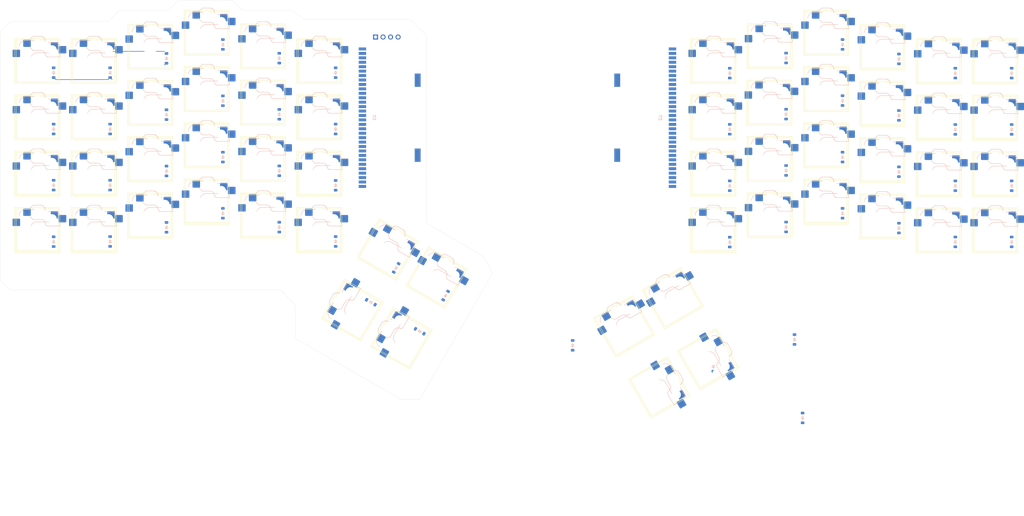
<source format=kicad_pcb>
(kicad_pcb (version 20240108) (generator "pcbnew") (generator_version "8.0")
  (layers (0 "F.Cu" signal) (31 "B.Cu" signal) (34 "B.Paste" user) (35 "F.Paste" user) (36 "B.SilkS" user "B.Silkscreen") (37 "F.SilkS" user "F.Silkscreen") (38 "B.Mask" user) (39 "F.Mask" user) (44 "Edge.Cuts" user))
  (net 0 "")
  (net 1 "Net-(D1-A)")
  (net 2 "Row 0 L")
  (net 3 "Net-(D2-A)")
  (net 4 "Net-(D3-A)")
  (net 5 "Net-(D4-A)")
  (net 6 "Net-(D5-A)")
  (net 7 "Net-(D6-A)")
  (net 8 "Net-(D7-A)")
  (net 9 "Row 1 L")
  (net 10 "Net-(D8-A)")
  (net 11 "Net-(D9-A)")
  (net 12 "Net-(D10-A)")
  (net 13 "Net-(D11-A)")
  (net 14 "Net-(D12-A)")
  (net 15 "Row 2 L")
  (net 16 "Net-(D13-A)")
  (net 17 "Net-(D14-A)")
  (net 18 "Net-(D15-A)")
  (net 19 "Net-(D16-A)")
  (net 20 "Net-(D17-A)")
  (net 21 "Net-(D18-A)")
  (net 22 "Net-(D19-A)")
  (net 23 "Row 3 L")
  (net 24 "Net-(D20-A)")
  (net 25 "Net-(D21-A)")
  (net 26 "Net-(D22-A)")
  (net 27 "Net-(D23-A)")
  (net 28 "Net-(D24-A)")
  (net 29 "Net-(D25-A)")
  (net 30 "Row 4 L")
  (net 31 "Net-(D26-A)")
  (net 32 "Net-(D27-A)")
  (net 33 "Net-(D28-A)")
  (net 34 "Row 0 R")
  (net 35 "Net-(D29-A)")
  (net 36 "Row 1 R")
  (net 37 "Net-(D30-A)")
  (net 38 "Net-(D31-A)")
  (net 39 "Row 2 R")
  (net 40 "Row 3 R")
  (net 41 "Net-(D32-A)")
  (net 42 "Net-(D33-A)")
  (net 43 "Net-(D34-A)")
  (net 44 "Net-(D35-A)")
  (net 45 "Net-(D36-A)")
  (net 46 "Net-(D37-A)")
  (net 47 "Net-(D38-A)")
  (net 48 "Net-(D39-A)")
  (net 49 "Net-(D40-A)")
  (net 50 "Net-(D41-A)")
  (net 51 "Net-(D42-A)")
  (net 52 "Net-(D43-A)")
  (net 53 "Net-(D44-A)")
  (net 54 "Net-(D45-A)")
  (net 55 "Net-(D46-A)")
  (net 56 "Net-(D47-A)")
  (net 57 "Net-(D48-A)")
  (net 58 "Net-(D49-A)")
  (net 59 "Net-(D50-A)")
  (net 60 "Net-(D51-A)")
  (net 61 "Net-(D52-A)")
  (net 62 "Row 4 R")
  (net 63 "Net-(D53-A)")
  (net 64 "Net-(D54-A)")
  (net 65 "Net-(D55-A)")
  (net 66 "Net-(D56-A)")
  (net 67 "GND")
  (net 68 "Col 0 L")
  (net 69 "Col 1 L")
  (net 70 "Col 2 L")
  (net 71 "Col 3 L")
  (net 72 "Col 4 L")
  (net 73 "Col 5 L")
  (net 74 "Col 5 R")
  (net 75 "Col 4 R")
  (net 76 "Col 3 R")
  (net 77 "Col 2 R")
  (net 78 "Col 1 R")
  (net 79 "Col 0 R")
  (net 80 "5V L")
  (net 105 "5V R")
  (footprint "BoggleSwitches:MXCHOC_Hotswap" (layer "F.Cu") (at 168.281249 125.187499)
    (property "Reference" "S17")
    (property "Value" "Keyswitch")
  )
  (footprint "BoggleSwitches:MXCHOC_Hotswap" (layer "F.Cu") (at 415.666249 149.293749)
    (property "Reference" "S52")
    (property "Value" "Keyswitch")
  )
  (footprint "BoggleSwitches:MXCHOC_Hotswap" (layer "F.Cu") (at 111.131249 111.049999)
    (property "Reference" "S8")
    (property "Value" "Keyswitch")
  )
  (footprint "BoggleSwitches:MXCHOC_Hotswap" (layer "F.Cu") (at 377.566249 106.456249)
    (property "Reference" "S38")
    (property "Value" "Keyswitch")
  )
  (footprint "BoggleSwitches:MXCHOC_Hotswap" (layer "F.Cu") (at 320.416249 91.999999)
    (property "Reference" "S29")
    (property "Value" "Keyswitch")
  )
  (footprint "BoggleSwitches:MXCHOC_Hotswap" (layer "F.Cu") (at 320.416249 149.149999)
    (property "Reference" "S47")
    (property "Value" "Keyswitch")
  )
  (footprint "BoggleSwitches:MXCHOC_Hotswap" (layer "F.Cu") (at 306.43202 172.44485 30)
    (property "Reference" "S55")
    (property "Value" "Keyswitch")
  )
  (footprint "ScottoKeebs_Components:OLED_128x32" (layer "F.Cu") (at 216.3375 83.0375 -90)
    (property "Reference" "REF**" (hide yes))
    (property "Value" "OLED_128x32")
  )
  (footprint "BoggleSwitches:MXCHOC_1.5U_Hotswap" (layer "F.Cu") (at 198.361688 176.75625 60)
    (property "Reference" "S27")
    (property "Value" "Keyswitch")
  )
  (footprint "BoggleSwitches:MXCHOC_Hotswap" (layer "F.Cu") (at 149.231249 120.549999)
    (property "Reference" "S16")
    (property "Value" "Keyswitch")
  )
  (footprint "BoggleSwitches:MXCHOC_Hotswap" (layer "F.Cu") (at 320.416249 111.049999)
    (property "Reference" "S35")
    (property "Value" "Keyswitch")
  )
  (footprint "BoggleSwitches:MXCHOC_Hotswap" (layer "F.Cu") (at 377.566249 87.406249)
    (property "Reference" "S32")
    (property "Value" "Keyswitch")
  )
  (footprint "BoggleSwitches:MXCHOC_Hotswap" (layer "F.Cu") (at 111.131249 149.149999)
    (property "Reference" "S20")
    (property "Value" "Keyswitch")
  )
  (footprint "BoggleSwitches:MXCHOC_Hotswap" (layer "F.Cu") (at 130.181249 125.249999)
    (property "Reference" "S15")
    (property "Value" "Keyswitch")
  )
  (footprint "BoggleSwitches:MXCHOC_Hotswap" (layer "F.Cu") (at 289.951999 181.969999 30)
    (property "Reference" "S56")
    (property "Value" "Keyswitch")
  )
  (footprint "BoggleSwitches:MXCHOC_1.5U_Hotswap" (layer "F.Cu") (at 319.334263 193.39239 -60)
    (property "Reference" "S53")
    (property "Value" "Keyswitch")
  )
  (footprint "BoggleSwitches:MXCHOC_Hotswap" (layer "F.Cu") (at 187.331249 130.099999)
    (property "Reference" "S18")
    (property "Value" "Keyswitch")
  )
  (footprint "BoggleSwitches:MXCHOC_Hotswap" (layer "F.Cu") (at 111.131249 91.999999)
    (property "Reference" "S2")
    (property "Value" "Keyswitch")
  )
  (footprint "BoggleSwitches:MXCHOC_Hotswap" (layer "F.Cu") (at 396.616249 92.143749)
    (property "Reference" "S33")
    (property "Value" "Keyswitch")
  )
  (footprint "BoggleSwitches:MXCHOC_Hotswap" (layer "F.Cu") (at 130.181249 106.199999)
    (property "Reference" "S9")
    (property "Value" "Keyswitch")
  )
  (footprint "BoggleSwitches:MXCHOC_Hotswap" (layer "F.Cu") (at 358.516249 101.499999)
    (property "Reference" "S37")
    (property "Value" "Keyswitch")
  )
  (footprint "BoggleSwitches:MXCHOC_Hotswap" (layer "F.Cu") (at 149.231249 82.449999)
    (property "Reference" "S4")
    (property "Value" "Keyswitch")
  )
  (footprint "BoggleSwitches:MXCHOC_1.5U_Hotswap" (layer "F.Cu") (at 302.836763 202.917282 -60)
    (property "Reference" "S54")
    (property "Value" "Keyswitch")
  )
  (footprint "BoggleSwitches:MXCHOC_Hotswap" (layer "F.Cu") (at 227.335644 165.27138 -30)
    (property "Reference" "S26")
    (property "Value" "Keyswitch")
  )
  (footprint "BoggleSwitches:MXCHOC_Hotswap" (layer "F.Cu") (at 339.443749 144.181249)
    (property "Reference" "S48")
    (property "Value" "Keyswitch")
  )
  (footprint "BoggleSwitches:MXCHOC_Hotswap" (layer "F.Cu") (at 377.566249 125.506249)
    (property "Reference" "S44")
    (property "Value" "Keyswitch")
  )
  (footprint "BoggleSwitches:MXCHOC_Hotswap" (layer "F.Cu") (at 149.237499 139.599999)
    (property "Reference" "S22")
    (property "Value" "Keyswitch")
  )
  (footprint "BoggleSwitches:MXCHOC_Hotswap" (layer "F.Cu") (at 92.049999 130.099999)
    (property "Reference" "S13")
    (property "Value" "Keyswitch")
  )
  (footprint "BoggleSwitches:MXCHOC_Hotswap" (layer "F.Cu") (at 168.281249 144.237499)
    (property "Reference" "S23")
    (property "Value" "Keyswitch")
  )
  (footprint "BoggleSwitches:MXCHOC_Hotswap" (layer "F.Cu") (at 396.616249 111.193749)
    (property "Reference" "S39")
    (property "Value" "Keyswitch")
  )
  (footprint "BoggleSwitches:MXCHOC_Hotswap" (layer "F.Cu") (at 396.616249 130.243749)
    (property "Reference" "S45")
    (property "Value" "Keyswitch")
  )
  (footprint "BoggleSwitches:MXCHOC_Hotswap" (layer "F.Cu") (at 187.331249 91.999999)
    (property "Reference" "S6")
    (property "Value" "Keyswitch")
  )
  (footprint "BoggleSwitches:MXCHOC_Hotswap" (layer "F.Cu") (at 187.331249 111.049999)
    (property "Reference" "S12")
    (property "Value" "Keyswitch")
  )
  (footprint "BoggleSwitches:MXCHOC_Hotswap" (layer "F.Cu") (at 415.666249 92.143749)
    (property "Reference" "S34")
    (property "Value" "Keyswitch")
  )
  (footprint "BoggleSwitches:MXCHOC_Hotswap" (layer "F.Cu") (at 358.516249 120.549999)
    (property "Reference" "S43")
    (property "Value" "Keyswitch")
  )
  (footprint "BoggleSwitches:MXCHOC_Hotswap" (layer "F.Cu") (at 396.616249 149.293749)
    (property "Reference" "S51")
    (property "Value" "Keyswitch")
  )
  (footprint "BoggleSwitches:MXCHOC_Hotswap" (layer "F.Cu") (at 168.281249 87.087499)
    (property "Reference" "S5")
    (property "Value" "Keyswitch")
  )
  (footprint "BoggleSwitches:MXCHOC_Hotswap" (layer "F.Cu") (at 339.443749 125.131249)
    (property "Reference" "S42")
    (property "Value" "Keyswitch")
  )
  (footprint "BoggleSwitches:MXCHOC_Hotswap" (layer "F.Cu") (at 92.049999 91.999999)
    (property "Reference" "S1")
    (property "Value" "Keyswitch")
  )
  (footprint "BoggleSwitches:MXCHOC_Hotswap" (layer "F.Cu") (at 358.516249 139.599999)
    (property "Reference" "S49")
    (property "Value" "Keyswitch")
  )
  (footprint "BoggleSwitches:MXCHOC_Hotswap" (layer "F.Cu") (at 210.837521 155.746849 -30)
    (property "Reference" "S25")
    (property "Value" "Keyswitch")
  )
  (footprint "BoggleSwitches:MXCHOC_Hotswap" (layer "F.Cu") (at 149.231249 101.499999)
    (property "Reference" "S10")
    (property "Value" "Keyswitch")
  )
  (footprint "BoggleSwitches:MXCHOC_Hotswap" (layer "F.Cu") (at 111.131249 130.099999)
    (property "Reference" "S14")
    (property "Value" "Keyswitch")
  )
  (footprint "BoggleSwitches:MXCHOC_Hotswap" (layer "F.Cu") (at 187.274999 149.149999)
    (property "Reference" "S24")
    (property "Value" "Keyswitch")
  )
  (footprint "BoggleSwitches:MXCHOC_Hotswap" (layer "F.Cu") (at 320.416249 130.099999)
    (property "Reference" "S41")
    (property "Value" "Keyswitch")
  )
  (footprint "BoggleSwitches:MXCHOC_Hotswap" (layer "F.Cu") (at 92.049999 111.049999)
    (property "Reference" "S7")
    (property "Value" "Keyswitch")
  )
  (footprint "BoggleSwitches:MXCHOC_Hotswap" (layer "F.Cu") (at 339.387499 106.081249)
    (property "Reference" "S36")
    (property "Value" "Keyswitch")
  )
  (footprint "BoggleSwitches:MXCHOC_Hotswap" (layer "F.Cu") (at 130.181249 87.149999)
    (property "Reference" "S3")
    (property "Value" "Keyswitch")
  )
  (footprint "BoggleSwitches:MXCHOC_Hotswap" (layer "F.Cu") (at 415.666249 130.243749)
    (property "Reference" "S46")
    (property "Value" "Keyswitch")
  )
  (footprint "BoggleSwitches:MXCHOC_Hotswap" (layer "F.Cu") (at 415.666249 111.193749)
    (property "Reference" "S40")
    (property "Value" "Keyswitch")
  )
  (footprint "BoggleSwitches:MXCHOC_Hotswap" (layer "F.Cu") (at 168.281249 106.137499)
    (property "Reference" "S11")
    (property "Value" "Keyswitch")
  )
  (footprint "BoggleSwitches:MXCHOC_Hotswap" (layer "F.Cu") (at 339.443749 87.031249)
    (property "Reference" "S30")
    (property "Value" "Keyswitch")
  )
  (footprint "BoggleSwitches:MXCHOC_Hotswap" (layer "F.Cu") (at 92.049999 149.149999)
    (property "Reference" "S19")
    (property "Value" "Keyswitch")
  )
  (footprint "BoggleSwitches:MXCHOC_Hotswap" (layer "F.Cu") (at 377.566249 144.556249)
    (property "Reference" "S50")
    (property "Value" "Keyswitch")
  )
  (footprint "BoggleSwitches:MXCHOC_Hotswap" (layer "F.Cu") (at 130.181249 144.299999)
    (property "Reference" "S21")
    (property "Value" "Keyswitch")
  )
  (footprint "BoggleSwitches:MXCHOC_1.5U_Hotswap" (layer "F.Cu") (at 214.859237 186.28189 60)
    (property "Reference" "S28")
    (property "Value" "Keyswitch")
  )
  (footprint "BoggleSwitches:MXCHOC_Hotswap" (layer "F.Cu") (at 358.516249 82.449999)
    (property "Reference" "S31")
    (property "Value" "Keyswitch")
  )
  (footprint "ScottoKeebs_Components:Diode_SOD-123" (layer "B.Cu") (at 364.33125 125.24375 90)
    (property "Reference" "D43" (hide yes))
    (property "Value" "Diode")
  )
  (footprint "ScottoKeebs_Components:Diode_SOD-123" (layer "B.Cu") (at 421.48125 134.9375 90)
    (property "Reference" "D46" (hide yes))
    (property "Value" "Diode")
  )
  (footprint "ScottoKeebs_Components:Diode_SOD-123" (layer "B.Cu") (at 345.25875 91.725 90)
    (property "Reference" "D30" (hide yes))
    (property "Value" "Diode")
  )
  (footprint "ScottoKeebs_Components:Diode_SOD-123" (layer "B.Cu") (at 154.95625 125.24375 90)
    (property "Reference" "D16" (hide yes))
    (property "Value" "Diode")
  )
  (footprint "ScottoKeebs_Components:Diode_SOD-123" (layer "B.Cu") (at 383.38125 92.0375 90)
    (property "Reference" "D32" (hide yes))
    (property "Value" "Diode")
  )
  (footprint "ScottoKeebs_Components:Diode_SOD-123" (layer "B.Cu") (at 116.85625 96.69375 90)
    (property "Reference" "D2" (hide yes))
    (property "Value" "Diode")
  )
  (footprint "ScottoKeebs_Components:Diode_SOD-123" (layer "B.Cu") (at 345.25875 129.7625 90)
    (property "Reference" "D42" (hide yes))
    (property "Value" "Diode")
  )
  (footprint "ScottoKeebs_Components:Diode_SOD-123" (layer "B.Cu") (at 345.25875 148.875 90)
    (property "Reference" "D48" (hide yes))
    (property "Value" "Diode")
  )
  (footprint "ScottoKeebs_Components:Diode_SOD-123" (layer "B.Cu") (at 193.05625 96.69375 90)
    (property "Reference" "D6" (hide yes))
    (property "Value" "Diode")
  )
  (footprint "ScottoKeebs_Components:Diode_SOD-123" (layer "B.Cu") (at 135.90625 91.84375 90)
    (property "Reference" "D3" (hide yes))
    (property "Value" "Diode")
  )
  (footprint "ScottoKeebs_Components:Diode_SOD-123" (layer "B.Cu") (at 193.05625 134.79375 90)
    (property "Reference" "D18" (hide yes))
    (property "Value" "Diode")
  )
  (footprint "ScottoKeebs_Components:Diode_SOD-123" (layer "B.Cu") (at 383.38125 149.25 90)
    (property "Reference" "D50" (hide yes))
    (property "Value" "Diode")
  )
  (footprint "ScottoKeebs_Components:Diode_SOD-123" (layer "B.Cu") (at 154.95625 144.23125 90)
    (property "Reference" "D22" (hide yes))
    (property "Value" "Diode")
  )
  (footprint "ScottoKeebs_Components:Diode_SOD-123" (layer "B.Cu") (at 213.51875 162.71875 60)
    (property "Reference" "D25" (hide yes))
    (property "Value" "Diode")
  )
  (footprint "ScottoKeebs_Components:Diode_SOD-123" (layer "B.Cu") (at 116.85625 134.73125 90)
    (property "Reference" "D14" (hide yes))
    (property "Value" "Diode")
  )
  (footprint "ScottoKeebs_Components:Diode_SOD-123" (layer "B.Cu") (at 221.45625 184.15 150)
    (property "Reference" "D28" (hide yes))
    (property "Value" "Diode")
  )
  (footprint "ScottoKeebs_Components:Diode_SOD-123" (layer "B.Cu") (at 326.23125 115.825 90)
    (property "Reference" "D35" (hide yes))
    (property "Value" "Diode")
  )
  (footprint "ScottoKeebs_Components:Diode_SOD-123" (layer "B.Cu") (at 174.00625 129.88125 90)
    (property "Reference" "D17" (hide yes))
    (property "Value" "Diode")
  )
  (footprint "Footprints:DSL_Cartridge_Reader" (layer "B.Cu") (at 301.11665 111.91875 -90)
    (property "Reference" "U2")
    (property "Value" "CartBus")
  )
  (footprint "ScottoKeebs_Components:Diode_SOD-123" (layer "B.Cu") (at 97.775 96.69375 90)
    (property "Reference" "D1" (hide yes))
    (property "Value" "Diode")
  )
  (footprint "ScottoKeebs_Components:Diode_SOD-123" (layer "B.Cu") (at 135.90625 148.99375 90)
    (property "Reference" "D21" (hide yes))
    (property "Value" "Diode")
  )
  (footprint "ScottoKeebs_Components:Diode_SOD-123" (layer "B.Cu") (at 421.48125 115.8875 90)
    (property "Reference" "D40" (hide yes))
    (property "Value" "Diode")
  )
  (footprint "ScottoKeebs_Components:Diode_SOD-123" (layer "B.Cu") (at 326.23125 96.8375 90)
    (property "Reference" "D29" (hide yes))
    (property "Value" "Diode")
  )
  (footprint "ScottoKeebs_Components:Diode_SOD-123" (layer "B.Cu") (at 154.95625 87.14375 90)
    (property "Reference" "D4" (hide yes))
    (property "Value" "Diode")
  )
  (footprint "ScottoKeebs_Components:Diode_SOD-123" (layer "B.Cu") (at 326.23125 134.9375 90)
    (property "Reference" "D41" (hide yes))
    (property "Value" "Diode")
  )
  (footprint "ScottoKeebs_Components:Diode_SOD-123" (layer "B.Cu") (at 174.00625 110.76875 90)
    (property "Reference" "D11" (hide yes))
    (property "Value" "Diode")
  )
  (footprint "ScottoKeebs_Components:Diode_SOD-123" (layer "B.Cu") (at 350.8375 213.45625 90)
    (property "Reference" "D54" (hide yes))
    (property "Value" "Diode")
  )
  (footprint "ScottoKeebs_Components:Diode_SOD-123" (layer "B.Cu") (at 273.14 188.9125 90)
    (property "Reference" "D55" (hide yes))
    (property "Value" "Diode")
  )
  (footprint "ScottoKeebs_Components:Diode_SOD-123" (layer "B.Cu") (at 230.21875 172.085192 60)
    (property "Reference" "D26" (hide yes))
    (property "Value" "Diode")
  )
  (footprint "ScottoKeebs_Components:Diode_SOD-123" (layer "B.Cu") (at 383.38125 130.2 90)
    (property "Reference" "D44" (hide yes))
    (property "Value" "Diode")
  )
  (footprint "ScottoKeebs_Components:Diode_SOD-123" (layer "B.Cu") (at 116.85625 115.74375 90)
    (property "Reference" "D8" (hide yes))
    (property "Value" "Diode")
  )
  (footprint "ScottoKeebs_Components:Diode_SOD-123" (layer "B.Cu") (at 402.43125 115.8875 90)
    (property "Reference" "D39" (hide yes))
    (property "Value" "Diode")
  )
  (footprint "ScottoKeebs_Components:Diode_SOD-123" (layer "B.Cu") (at 97.775 115.74375 90)
    (property "Reference" "D7" (hide yes))
    (property "Value" "Diode")
  )
  (footprint "Footprints:DSL_Cartridge_Reader" (layer "B.Cu") (at 207.8521 111.91875 90)
    (property "Reference" "U1")
    (property "Value" "CartBus")
  )
  (footprint "ScottoKeebs_Components:Diode_SOD-123" (layer "B.Cu") (at 97.775 153.84375 90)
    (property "Reference" "D19" (hide yes))
    (property "Value" "Diode")
  )
  (footprint "ScottoKeebs_Components:Diode_SOD-123" (layer "B.Cu") (at 402.43125 134.9375 90)
    (property "Reference" "D45" (hide yes))
    (property "Value" "Diode")
  )
  (footprint "ScottoKeebs_Components:Diode_SOD-123" (layer "B.Cu") (at 402.43125 96.8375 90)
    (property "Reference" "D33" (hide yes))
    (property "Value" "Diode")
  )
  (footprint "ScottoKeebs_Components:Diode_SOD-123" (layer "B.Cu") (at 348.102499 186.931249 90)
    (property "Reference" "D56" (hide yes))
    (property "Value" "Diode")
  )
  (footprint "ScottoKeebs_Components:Diode_SOD-123" (layer "B.Cu") (at 174.00625 148.93125 90)
    (property "Reference" "D23" (hide yes))
    (property "Value" "Diode")
  )
  (footprint "ScottoKeebs_Components:Diode_SOD-123" (layer "B.Cu") (at 193.05625 153.78125 90)
    (property "Reference" "D24" (hide yes))
    (property "Value" "Diode")
  )
  (footprint "ScottoKeebs_Components:Diode_SOD-123" (layer "B.Cu") (at 383.38125 111.15 90)
    (property "Reference" "D38" (hide yes))
    (property "Value" "Diode")
  )
  (footprint "ScottoKeebs_Components:Diode_SOD-123" (layer "B.Cu") (at 421.48125 96.8375 90)
    (property "Reference" "D34" (hide yes))
    (property "Value" "Diode")
  )
  (footprint "ScottoKeebs_Components:Diode_SOD-123" (layer "B.Cu") (at 204.946058 174.331191 150)
    (property "Reference" "D27" (hide yes))
    (property "Value" "Diode")
  )
  (footprint "ScottoKeebs_Components:Diode_SOD-123" (layer "B.Cu") (at 364.33125 106.13125 90)
    (property "Reference" "D37" (hide yes))
    (property "Value" "Diode")
  )
  (footprint "ScottoKeebs_Components:Diode_SOD-123" (layer "B.Cu") (at 174.00625 91.78125 90)
    (property "Reference" "D5" (hide yes))
    (property "Value" "Diode")
  )
  (footprint "ScottoKeebs_Components:Diode_SOD-123" (layer "B.Cu") (at 154.95625 106.19375 90)
    (property "Reference" "D10" (hide yes))
    (property "Value" "Diode")
  )
  (footprint "ScottoKeebs_Components:Diode_SOD-123" (layer "B.Cu") (at 320.675 195.99375 90)
    (property "Reference" "D53" (hide yes))
    (property "Value" "Diode")
  )
  (footprint "ScottoKeebs_Components:Diode_SOD-123" (layer "B.Cu") (at 364.33125 144.23125 90)
    (property "Reference" "D49" (hide yes))
    (property "Value" "Diode")
  )
  (footprint "ScottoKeebs_Components:Diode_SOD-123" (layer "B.Cu") (at 135.90625 110.89375 90)
    (property "Reference" "D9" (hide yes))
    (property "Value" "Diode")
  )
  (footprint "ScottoKeebs_Components:Diode_SOD-123" (layer "B.Cu") (at 326.23125 153.9875 90)
    (property "Reference" "D47" (hide yes))
    (property "Value" "Diode")
  )
  (footprint "ScottoKeebs_Components:Diode_SOD-123" (layer "B.Cu") (at 345.25875 110.7125 90)
    (property "Reference" "D36" (hide yes))
    (property "Value" "Diode")
  )
  (footprint "ScottoKeebs_Components:Diode_SOD-123" (layer "B.Cu") (at 97.775 134.73125 90)
    (property "Reference" "D13" (hide yes))
    (property "Value" "Diode")
  )
  (footprint "ScottoKeebs_Components:Diode_SOD-123" (layer "B.Cu") (at 421.48125 153.925 90)
    (property "Reference" "D52" (hide yes))
    (property "Value" "Diode")
  )
  (footprint "ScottoKeebs_Components:Diode_SOD-123" (layer "B.Cu") (at 135.90625 129.94375 90)
    (property "Reference" "D15" (hide yes))
    (property "Value" "Diode")
  )
  (footprint "ScottoKeebs_Components:Diode_SOD-123" (layer "B.Cu") (at 116.85625 153.78125 90)
    (property "Reference" "D20" (hide yes))
    (property "Value" "Diode")
  )
  (footprint "ScottoKeebs_Components:Diode_SOD-123" (layer "B.Cu") (at 402.43125 153.925 90)
    (property "Reference" "D51" (hide yes))
    (property "Value" "Diode")
  )
  (footprint "ScottoKeebs_Components:Diode_SOD-123" (layer "B.Cu") (at 364.33125 87.14375 90)
    (property "Reference" "D31" (hide yes))
    (property "Value" "Diode")
  )
  (footprint "ScottoKeebs_Components:Diode_SOD-123" (layer "B.Cu") (at 193.05625 115.74375 90)
    (property "Reference" "D12" (hide yes))
    (property "Value" "Diode")
  )
  (gr_line (start 223.8375 147.6375) (end 242.8875 158.75) (stroke (width 0.05)) (layer "Edge.Cuts"))
  (gr_line (start 242.8875 158.75) (end 246.132813 164.427689) (stroke (width 0.05)) (layer "Edge.Cuts"))
  (gr_line (start 179.3875 186.53125) (end 215.10625 207.16875) (stroke (width 0.05)) (layer "Edge.Cuts"))
  (gr_line (start 182.5625 78.58125) (end 199.23125 78.58125) (stroke (width 0.05)) (layer "Edge.Cuts"))
  (gr_line (start 174.625 170.223034) (end 179.3875 175.41875) (stroke (width 0.05)) (layer "Edge.Cuts"))
  (gr_line (start 221.45625 207.16875) (end 246.132813 164.427689) (stroke (width 0.05)) (layer "Edge.Cuts"))
  (gr_line (start 83.34375 79.375) (end 79.808216 82.910534) (stroke (width 0.05)) (layer "Edge.Cuts"))
  (gr_line (start 199.23125 78.58125) (end 218.28125 78.58125) (stroke (width 0.05)) (layer "Edge.Cuts"))
  (gr_line (start 116.062935 79.375) (end 119.683615 75.75432) (stroke (width 0.05)) (layer "Edge.Cuts"))
  (gr_line (start 179.3875 175.41875) (end 179.3875 186.53125) (stroke (width 0.05)) (layer "Edge.Cuts"))
  (gr_line (start 178.262852 75.670716) (end 182.5625 78.58125) (stroke (width 0.05)) (layer "Edge.Cuts"))
  (gr_line (start 161.594102 75.670716) (end 178.262852 75.670716) (stroke (width 0.05)) (layer "Edge.Cuts"))
  (gr_line (start 79.670667 166.6875) (end 83.206201 170.223034) (stroke (width 0.05)) (layer "Edge.Cuts"))
  (gr_line (start 136.352365 75.75432) (end 139.926176 72.180509) (stroke (width 0.05)) (layer "Edge.Cuts"))
  (gr_line (start 83.34375 79.375) (end 116.062935 79.375) (stroke (width 0.05)) (layer "Edge.Cuts"))
  (gr_line (start 158.058568 72.135182) (end 161.594102 75.670716) (stroke (width 0.05)) (layer "Edge.Cuts"))
  (gr_line (start 79.808216 82.910534) (end 79.670667 166.6875) (stroke (width 0.05)) (layer "Edge.Cuts"))
  (gr_line (start 223.8375 84.1375) (end 223.8375 93.6625) (stroke (width 0.05)) (layer "Edge.Cuts"))
  (gr_line (start 139.926176 72.180509) (end 158.058568 72.135182) (stroke (width 0.05)) (layer "Edge.Cuts"))
  (gr_line (start 83.206201 170.223034) (end 174.625 170.223034) (stroke (width 0.05)) (layer "Edge.Cuts"))
  (gr_line (start 223.8375 93.6625) (end 223.8375 147.6375) (stroke (width 0.05)) (layer "Edge.Cuts"))
  (gr_line (start 215.10625 207.16875) (end 221.45625 207.16875) (stroke (width 0.05)) (layer "Edge.Cuts"))
  (gr_line (start 119.683615 75.75432) (end 136.352365 75.75432) (stroke (width 0.05)) (layer "Edge.Cuts"))
  (gr_line (start 218.28125 78.58125) (end 223.8375 84.1375) (stroke (width 0.05)) (layer "Edge.Cuts"))
  (segment (start 98.4875 99.025) (end 116.175 99.025) (width 0.2) (layer "B.Cu") (net 2))
  (segment (start 135.90625 93.49375) (end 135.225 94.175) (width 0.2) (layer "B.Cu") (net 2))
  (segment (start 116.175 99.025) (end 116.85625 98.34375) (width 0.2) (layer "B.Cu") (net 2))
  (segment (start 117.5375 99.025) (end 116.85625 98.34375) (width 0.2) (layer "B.Cu") (net 2))
  (segment (start 97.775 98.34375) (end 98.45625 99.025) (width 0.2) (layer "B.Cu") (net 2))
  (segment (start 135.225 89.475) (end 117.5375 89.475) (width 0.2) (layer "B.Cu") (net 3))
  (segment (start 138.90625 84.075) (end 138.0579 84.075) (width 0.2) (layer "B.Cu") (net 4))
  (segment (start 138.0579 84.075) (end 136.488075 82.505175) (width 0.2) (layer "B.Cu") (net 4))
)
</source>
